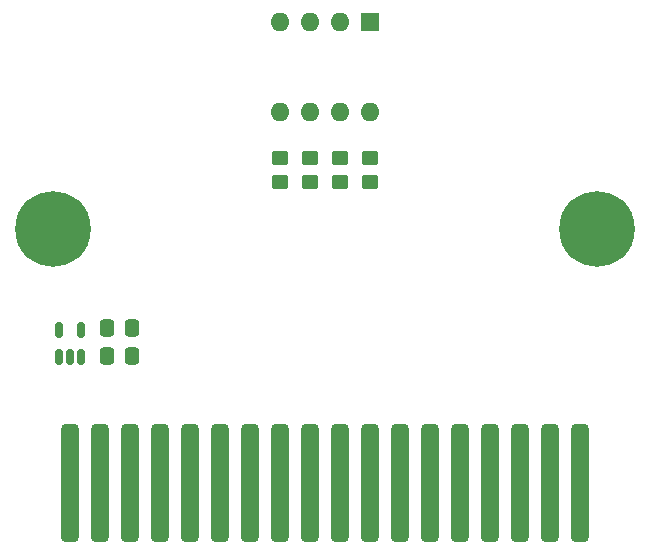
<source format=gbr>
G04 #@! TF.GenerationSoftware,KiCad,Pcbnew,(6.0.7-1)-1*
G04 #@! TF.CreationDate,2023-02-13T21:52:59-08:00*
G04 #@! TF.ProjectId,qcard-multicart,71636172-642d-46d7-956c-746963617274,1*
G04 #@! TF.SameCoordinates,Original*
G04 #@! TF.FileFunction,Soldermask,Bot*
G04 #@! TF.FilePolarity,Negative*
%FSLAX46Y46*%
G04 Gerber Fmt 4.6, Leading zero omitted, Abs format (unit mm)*
G04 Created by KiCad (PCBNEW (6.0.7-1)-1) date 2023-02-13 21:52:59*
%MOMM*%
%LPD*%
G01*
G04 APERTURE LIST*
G04 Aperture macros list*
%AMRoundRect*
0 Rectangle with rounded corners*
0 $1 Rounding radius*
0 $2 $3 $4 $5 $6 $7 $8 $9 X,Y pos of 4 corners*
0 Add a 4 corners polygon primitive as box body*
4,1,4,$2,$3,$4,$5,$6,$7,$8,$9,$2,$3,0*
0 Add four circle primitives for the rounded corners*
1,1,$1+$1,$2,$3*
1,1,$1+$1,$4,$5*
1,1,$1+$1,$6,$7*
1,1,$1+$1,$8,$9*
0 Add four rect primitives between the rounded corners*
20,1,$1+$1,$2,$3,$4,$5,0*
20,1,$1+$1,$4,$5,$6,$7,0*
20,1,$1+$1,$6,$7,$8,$9,0*
20,1,$1+$1,$8,$9,$2,$3,0*%
G04 Aperture macros list end*
%ADD10C,6.400000*%
%ADD11R,1.600000X1.600000*%
%ADD12O,1.600000X1.600000*%
%ADD13RoundRect,0.375000X-0.375000X-4.625000X0.375000X-4.625000X0.375000X4.625000X-0.375000X4.625000X0*%
%ADD14RoundRect,0.250000X-0.450000X0.350000X-0.450000X-0.350000X0.450000X-0.350000X0.450000X0.350000X0*%
%ADD15RoundRect,0.250000X-0.337500X-0.475000X0.337500X-0.475000X0.337500X0.475000X-0.337500X0.475000X0*%
%ADD16RoundRect,0.150000X0.150000X-0.512500X0.150000X0.512500X-0.150000X0.512500X-0.150000X-0.512500X0*%
G04 APERTURE END LIST*
D10*
X74000000Y-54000000D03*
X120000000Y-54000000D03*
D11*
X100800000Y-36500000D03*
D12*
X98260000Y-36500000D03*
X95720000Y-36500000D03*
X93180000Y-36500000D03*
X93180000Y-44120000D03*
X95720000Y-44120000D03*
X98260000Y-44120000D03*
X100800000Y-44120000D03*
D13*
X75380000Y-75500000D03*
X77920000Y-75500000D03*
X80460000Y-75500000D03*
X83000000Y-75500000D03*
X85540000Y-75500000D03*
X88080000Y-75500000D03*
X90620000Y-75500000D03*
X93160000Y-75500000D03*
X95700000Y-75500000D03*
X98240000Y-75500000D03*
X100780000Y-75500000D03*
X103320000Y-75500000D03*
X105860000Y-75500000D03*
X108400000Y-75500000D03*
X110940000Y-75500000D03*
X113480000Y-75500000D03*
X116020000Y-75500000D03*
X118560000Y-75500000D03*
D14*
X98300000Y-48000000D03*
X98300000Y-50000000D03*
X95700000Y-48000000D03*
X95700000Y-50000000D03*
D15*
X78562500Y-64800000D03*
X80637500Y-64800000D03*
D14*
X93200000Y-48000000D03*
X93200000Y-50000000D03*
D15*
X78562500Y-62400000D03*
X80637500Y-62400000D03*
D16*
X76350000Y-64837500D03*
X75400000Y-64837500D03*
X74450000Y-64837500D03*
X74450000Y-62562500D03*
X76350000Y-62562500D03*
D14*
X100800000Y-48000000D03*
X100800000Y-50000000D03*
M02*

</source>
